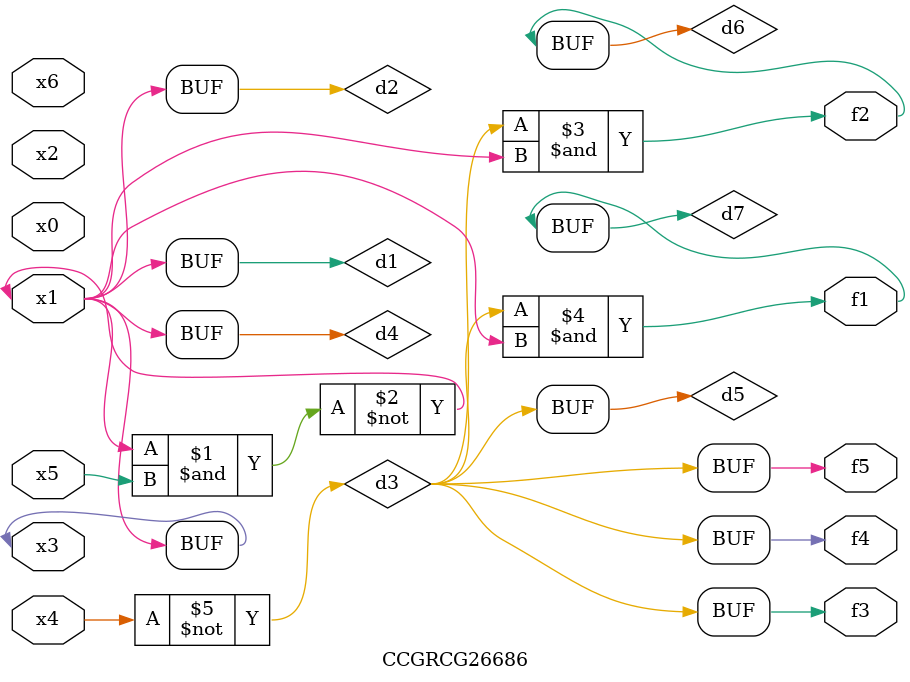
<source format=v>
module CCGRCG26686(
	input x0, x1, x2, x3, x4, x5, x6,
	output f1, f2, f3, f4, f5
);

	wire d1, d2, d3, d4, d5, d6, d7;

	buf (d1, x1, x3);
	nand (d2, x1, x5);
	not (d3, x4);
	buf (d4, d1, d2);
	buf (d5, d3);
	and (d6, d3, d4);
	and (d7, d3, d4);
	assign f1 = d7;
	assign f2 = d6;
	assign f3 = d5;
	assign f4 = d5;
	assign f5 = d5;
endmodule

</source>
